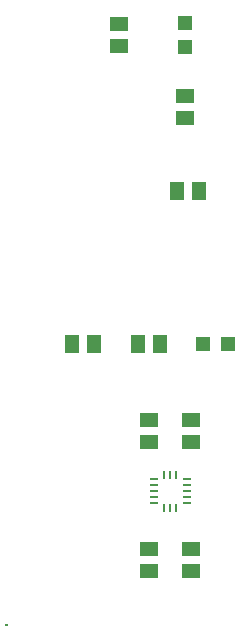
<source format=gbr>
G04 EAGLE Gerber RS-274X export*
G75*
%MOMM*%
%FSLAX34Y34*%
%LPD*%
%INSolderpaste Top*%
%IPPOS*%
%AMOC8*
5,1,8,0,0,1.08239X$1,22.5*%
G01*
%ADD10R,0.008928X0.000497*%
%ADD11R,0.000497X0.000497*%
%ADD12R,0.000994X0.000497*%
%ADD13R,0.001488X0.000497*%
%ADD14R,0.001981X0.000497*%
%ADD15R,0.002484X0.000497*%
%ADD16R,0.000494X0.000497*%
%ADD17R,0.001984X0.000497*%
%ADD18R,0.001491X0.000497*%
%ADD19R,0.000497X0.000494*%
%ADD20R,0.000500X0.000494*%
%ADD21R,0.000494X0.000494*%
%ADD22R,0.006947X0.000497*%
%ADD23R,0.006447X0.000497*%
%ADD24R,0.000500X0.000497*%
%ADD25R,0.015872X0.000494*%
%ADD26R,0.003472X0.000494*%
%ADD27R,0.000991X0.000497*%
%ADD28R,0.000991X0.000494*%
%ADD29R,0.000994X0.000494*%
%ADD30R,0.003972X0.000497*%
%ADD31R,0.004962X0.000497*%
%ADD32R,0.004959X0.000497*%
%ADD33R,0.003475X0.000497*%
%ADD34R,0.004463X0.000497*%
%ADD35R,0.004466X0.000497*%
%ADD36R,0.003969X0.000497*%
%ADD37R,0.014384X0.000497*%
%ADD38R,0.014881X0.000494*%
%ADD39R,0.003475X0.000494*%
%ADD40R,0.002481X0.000494*%
%ADD41R,0.001491X0.000494*%
%ADD42R,0.001988X0.000497*%
%ADD43R,0.001488X0.000494*%
%ADD44R,0.002975X0.000497*%
%ADD45R,0.001484X0.000497*%
%ADD46R,0.011906X0.000494*%
%ADD47R,0.007934X0.000494*%
%ADD48R,0.022322X0.000497*%
%ADD49R,1.500000X1.300000*%
%ADD50R,1.200000X1.200000*%
%ADD51R,1.300000X1.500000*%
%ADD52R,0.700000X0.280000*%
%ADD53R,0.280000X0.700000*%


D10*
X960Y263D03*
X1079Y263D03*
X1193Y263D03*
D11*
X1324Y263D03*
D12*
X1372Y263D03*
D13*
X1488Y263D03*
D14*
X1590Y263D03*
D15*
X1692Y263D03*
D12*
X1768Y263D03*
D16*
X1811Y263D03*
D14*
X1917Y263D03*
D17*
X2046Y263D03*
D18*
X2103Y263D03*
D11*
X2212Y263D03*
X2257Y263D03*
D17*
X2319Y263D03*
X2453Y263D03*
D19*
X1310Y268D03*
D20*
X1702Y268D03*
D19*
X1751Y268D03*
X1826Y268D03*
D21*
X2193Y268D03*
X2441Y268D03*
D16*
X1300Y273D03*
D11*
X1404Y273D03*
X1478Y273D03*
D16*
X1697Y273D03*
X1741Y273D03*
D11*
X1835Y273D03*
D16*
X2287Y273D03*
D11*
X2312Y273D03*
X1478Y278D03*
X2436Y278D03*
D22*
X970Y283D03*
D23*
X1091Y283D03*
X1205Y283D03*
D16*
X1334Y283D03*
D11*
X1364Y283D03*
D16*
X1776Y283D03*
D11*
X1801Y283D03*
D24*
X2019Y283D03*
D11*
X2217Y283D03*
X2247Y283D03*
D19*
X1171Y288D03*
X1320Y288D03*
X1761Y288D03*
D20*
X2267Y288D03*
D21*
X2341Y288D03*
D11*
X1171Y293D03*
X1310Y293D03*
D16*
X1394Y293D03*
D11*
X1751Y293D03*
X1826Y293D03*
X1171Y298D03*
X1404Y298D03*
D16*
X2158Y298D03*
D11*
X2188Y298D03*
D16*
X2287Y298D03*
D11*
X2451Y298D03*
X1171Y303D03*
D16*
X1300Y303D03*
D11*
X1652Y303D03*
D16*
X1865Y303D03*
D11*
X2034Y303D03*
X2183Y303D03*
D19*
X1171Y308D03*
X1295Y308D03*
D20*
X1736Y308D03*
D19*
X2446Y308D03*
D11*
X1171Y313D03*
X1672Y313D03*
D16*
X1706Y313D03*
X1845Y313D03*
D11*
X1870Y313D03*
X1171Y317D03*
X1265Y317D03*
X1290Y317D03*
D16*
X1989Y317D03*
X2173Y317D03*
D11*
X2331Y317D03*
D19*
X1171Y322D03*
D20*
X1984Y322D03*
D11*
X1171Y327D03*
X1875Y327D03*
X2009Y327D03*
X1285Y332D03*
D24*
X1622Y332D03*
D11*
X1726Y332D03*
D16*
X2004Y332D03*
D11*
X1285Y337D03*
D19*
X1652Y342D03*
X2431Y342D03*
D11*
X1285Y347D03*
X1285Y352D03*
X1726Y352D03*
D24*
X2346Y352D03*
D11*
X2426Y352D03*
X1171Y357D03*
X1875Y357D03*
X1954Y357D03*
X2371Y357D03*
D19*
X1171Y362D03*
D20*
X1850Y362D03*
D19*
X1950Y362D03*
D21*
X1979Y362D03*
D11*
X1171Y367D03*
X1974Y367D03*
X2148Y367D03*
D16*
X2173Y367D03*
D11*
X1171Y372D03*
D16*
X1706Y372D03*
D11*
X1969Y372D03*
X1171Y377D03*
X2178Y377D03*
X2356Y377D03*
X2391Y377D03*
D19*
X1171Y382D03*
D21*
X1270Y382D03*
D19*
X1478Y382D03*
D20*
X2381Y382D03*
D11*
X1171Y387D03*
X1835Y387D03*
D16*
X2361Y387D03*
X2386Y387D03*
D11*
X1171Y392D03*
D12*
X1401Y392D03*
D11*
X1647Y392D03*
D16*
X2193Y392D03*
D11*
X2282Y392D03*
X1171Y397D03*
X1389Y397D03*
X1478Y397D03*
D16*
X1756Y397D03*
X2272Y397D03*
D19*
X1171Y402D03*
X1285Y402D03*
D20*
X1374Y402D03*
X1637Y402D03*
D21*
X1766Y402D03*
X1811Y402D03*
X1945Y402D03*
D19*
X2212Y402D03*
X2257Y402D03*
D16*
X1731Y407D03*
D11*
X1940Y407D03*
X2401Y407D03*
X1404Y412D03*
X1840Y412D03*
X2371Y412D03*
D19*
X913Y422D03*
D21*
X1379Y422D03*
X1642Y422D03*
X1756Y422D03*
D19*
X1821Y422D03*
X2203Y422D03*
D21*
X2376Y422D03*
D18*
X1349Y427D03*
D17*
X1788Y427D03*
D12*
X2230Y427D03*
D25*
X593Y437D03*
D26*
X699Y437D03*
D21*
X724Y437D03*
D11*
X506Y446D03*
X734Y446D03*
D16*
X501Y451D03*
D27*
X727Y451D03*
D19*
X511Y456D03*
D28*
X737Y456D03*
D24*
X496Y461D03*
D11*
X506Y461D03*
X729Y461D03*
D12*
X742Y466D03*
D16*
X491Y471D03*
X501Y471D03*
D11*
X734Y471D03*
D16*
X749Y471D03*
D19*
X486Y476D03*
D29*
X742Y476D03*
D24*
X496Y481D03*
D11*
X754Y481D03*
X481Y486D03*
D12*
X747Y486D03*
D30*
X940Y486D03*
D31*
X1039Y486D03*
D27*
X1084Y486D03*
X1134Y486D03*
D12*
X1203Y486D03*
D11*
X1225Y486D03*
D12*
X1277Y486D03*
D27*
X1312Y486D03*
X1347Y486D03*
X1416Y486D03*
D12*
X1441Y486D03*
D16*
X1508Y486D03*
D32*
X1560Y486D03*
D16*
X1607Y486D03*
D11*
X1672Y486D03*
X1726Y486D03*
D33*
X1811Y486D03*
D34*
X1930Y486D03*
D35*
X2029Y486D03*
D27*
X489Y491D03*
D11*
X759Y491D03*
X1017Y491D03*
D24*
X1027Y491D03*
D16*
X1086Y491D03*
D11*
X1196Y491D03*
X1230Y491D03*
X1344Y491D03*
X1419Y491D03*
X1444Y491D03*
X1513Y491D03*
D16*
X1582Y491D03*
X1607Y491D03*
X1677Y491D03*
D11*
X1721Y491D03*
D16*
X1731Y491D03*
D11*
X1786Y491D03*
X1835Y491D03*
D16*
X1910Y491D03*
D11*
X1964Y491D03*
D16*
X2004Y491D03*
D28*
X752Y496D03*
X970Y496D03*
D19*
X1017Y496D03*
X1081Y496D03*
D21*
X1200Y496D03*
D19*
X1230Y496D03*
X1265Y496D03*
D20*
X1275Y496D03*
D19*
X1409Y496D03*
X1444Y496D03*
X1513Y496D03*
X1543Y496D03*
D21*
X1607Y496D03*
D28*
X1674Y496D03*
D19*
X1721Y496D03*
D21*
X1791Y496D03*
D28*
X1828Y496D03*
D19*
X1840Y496D03*
D28*
X1912Y496D03*
D21*
X1959Y496D03*
X2004Y496D03*
D11*
X486Y501D03*
D16*
X764Y501D03*
D11*
X977Y501D03*
D16*
X987Y501D03*
D11*
X1017Y501D03*
X1081Y501D03*
X1141Y501D03*
X1191Y501D03*
X1230Y501D03*
D16*
X1270Y501D03*
D11*
X1310Y501D03*
D16*
X1349Y501D03*
X1414Y501D03*
D11*
X1444Y501D03*
X1513Y501D03*
D16*
X1607Y501D03*
D13*
X1672Y501D03*
D11*
X1835Y501D03*
D16*
X1845Y501D03*
X1910Y501D03*
D11*
X1964Y501D03*
D16*
X2004Y501D03*
D12*
X494Y506D03*
D11*
X754Y506D03*
X769Y506D03*
X982Y506D03*
D24*
X992Y506D03*
D11*
X1017Y506D03*
X1081Y506D03*
X1136Y506D03*
D12*
X1193Y506D03*
D11*
X1230Y506D03*
D16*
X1260Y506D03*
D11*
X1310Y506D03*
D16*
X1359Y506D03*
D11*
X1404Y506D03*
X1444Y506D03*
X1513Y506D03*
X1538Y506D03*
D16*
X1607Y506D03*
D11*
X1652Y506D03*
D16*
X1662Y506D03*
D27*
X1674Y506D03*
D24*
X1771Y506D03*
D11*
X1781Y506D03*
D16*
X1910Y506D03*
D11*
X1969Y506D03*
D16*
X1979Y506D03*
X2004Y506D03*
X2014Y506D03*
D27*
X469Y511D03*
D12*
X499Y511D03*
D11*
X759Y511D03*
X1017Y511D03*
X1081Y511D03*
D34*
X1166Y511D03*
D11*
X1230Y511D03*
X1255Y511D03*
X1265Y511D03*
X1310Y511D03*
D24*
X1354Y511D03*
D36*
X1382Y511D03*
D11*
X1409Y511D03*
X1444Y511D03*
X1513Y511D03*
X1538Y511D03*
D16*
X1607Y511D03*
D11*
X1647Y511D03*
X1657Y511D03*
D16*
X1677Y511D03*
X1766Y511D03*
X1910Y511D03*
D21*
X476Y516D03*
D28*
X771Y516D03*
D21*
X987Y516D03*
D19*
X1017Y516D03*
D28*
X1084Y516D03*
D21*
X1166Y516D03*
D19*
X1230Y516D03*
X1250Y516D03*
D21*
X1260Y516D03*
D19*
X1444Y516D03*
X1513Y516D03*
X1538Y516D03*
D21*
X1607Y516D03*
X1642Y516D03*
X1677Y516D03*
D19*
X1721Y516D03*
D21*
X1910Y516D03*
D19*
X1974Y516D03*
D20*
X1984Y516D03*
D21*
X2004Y516D03*
D24*
X496Y521D03*
D11*
X506Y521D03*
D37*
X585Y521D03*
D11*
X665Y521D03*
D16*
X764Y521D03*
X987Y521D03*
X997Y521D03*
D11*
X1017Y521D03*
X1081Y521D03*
X1141Y521D03*
X1151Y521D03*
D16*
X1181Y521D03*
D11*
X1191Y521D03*
X1230Y521D03*
D16*
X1245Y521D03*
D11*
X1255Y521D03*
X1310Y521D03*
X1364Y521D03*
X1404Y521D03*
X1444Y521D03*
X1473Y521D03*
X1513Y521D03*
D16*
X1607Y521D03*
D24*
X1637Y521D03*
D11*
X1647Y521D03*
D16*
X1677Y521D03*
D11*
X1721Y521D03*
D16*
X1845Y521D03*
X1910Y521D03*
D24*
X1984Y521D03*
D16*
X2004Y521D03*
X2014Y521D03*
X501Y526D03*
D11*
X511Y526D03*
X640Y526D03*
X660Y526D03*
D16*
X670Y526D03*
D18*
X774Y526D03*
D16*
X997Y526D03*
D11*
X1017Y526D03*
D12*
X1029Y526D03*
D27*
X1084Y526D03*
D11*
X1116Y526D03*
D16*
X1181Y526D03*
D11*
X1255Y526D03*
X1310Y526D03*
D16*
X1359Y526D03*
D11*
X1404Y526D03*
X1444Y526D03*
D16*
X1468Y526D03*
D11*
X1513Y526D03*
X1538Y526D03*
D27*
X1550Y526D03*
D16*
X1607Y526D03*
X1677Y526D03*
X1845Y526D03*
X1910Y526D03*
X2004Y526D03*
D24*
X2019Y526D03*
D11*
X2049Y526D03*
D21*
X466Y531D03*
D38*
X583Y531D03*
D21*
X784Y531D03*
X997Y531D03*
D19*
X1017Y531D03*
D39*
X1042Y531D03*
D19*
X1081Y531D03*
D40*
X1101Y531D03*
D20*
X1126Y531D03*
D21*
X1146Y531D03*
D19*
X1156Y531D03*
X1186Y531D03*
D41*
X1245Y531D03*
D21*
X1260Y531D03*
D19*
X1310Y531D03*
D21*
X1369Y531D03*
X1394Y531D03*
D19*
X1444Y531D03*
D21*
X1468Y531D03*
X1483Y531D03*
D19*
X1513Y531D03*
X1538Y531D03*
D26*
X1563Y531D03*
D21*
X1607Y531D03*
X1677Y531D03*
X1845Y531D03*
X1910Y531D03*
D20*
X1984Y531D03*
D21*
X2004Y531D03*
D26*
X2029Y531D03*
D11*
X665Y536D03*
D16*
X774Y536D03*
X987Y536D03*
D11*
X1017Y536D03*
X1156Y536D03*
X1176Y536D03*
X1230Y536D03*
X1255Y536D03*
X1265Y536D03*
X1310Y536D03*
X1364Y536D03*
X1399Y536D03*
X1444Y536D03*
X1463Y536D03*
X1478Y536D03*
D24*
X1488Y536D03*
D11*
X1513Y536D03*
D16*
X1607Y536D03*
X1677Y536D03*
X1766Y536D03*
X1845Y536D03*
X1910Y536D03*
D24*
X1984Y536D03*
D16*
X2004Y536D03*
D11*
X451Y541D03*
D24*
X461Y541D03*
D16*
X670Y541D03*
D11*
X680Y541D03*
X789Y541D03*
D16*
X987Y541D03*
D11*
X1017Y541D03*
X1081Y541D03*
D16*
X1121Y541D03*
D11*
X1151Y541D03*
D16*
X1181Y541D03*
D11*
X1310Y541D03*
D24*
X1374Y541D03*
D11*
X1389Y541D03*
X1444Y541D03*
D16*
X1458Y541D03*
X1483Y541D03*
D11*
X1513Y541D03*
D16*
X1607Y541D03*
D24*
X1622Y541D03*
D16*
X1632Y541D03*
X1677Y541D03*
D11*
X1721Y541D03*
D16*
X1766Y541D03*
X1776Y541D03*
X1910Y541D03*
D11*
X1974Y541D03*
D16*
X2004Y541D03*
D11*
X446Y546D03*
X675Y546D03*
X694Y546D03*
D12*
X781Y546D03*
D18*
X987Y546D03*
D11*
X1017Y546D03*
X1081Y546D03*
D16*
X1121Y546D03*
X1131Y546D03*
D11*
X1161Y546D03*
X1171Y546D03*
X1230Y546D03*
D16*
X1260Y546D03*
D11*
X1310Y546D03*
D16*
X1369Y546D03*
D11*
X1444Y546D03*
D24*
X1453Y546D03*
D11*
X1463Y546D03*
X1513Y546D03*
D16*
X1607Y546D03*
X1617Y546D03*
X1627Y546D03*
X1677Y546D03*
D24*
X1850Y546D03*
D16*
X1910Y546D03*
X2004Y546D03*
D21*
X456Y551D03*
D19*
X699Y551D03*
X794Y551D03*
X977Y551D03*
X1017Y551D03*
X1081Y551D03*
D21*
X1121Y551D03*
X1131Y551D03*
D19*
X1156Y551D03*
D21*
X1166Y551D03*
D19*
X1176Y551D03*
X1230Y551D03*
X1310Y551D03*
D28*
X1382Y551D03*
X1446Y551D03*
D21*
X1458Y551D03*
D29*
X1501Y551D03*
D19*
X1513Y551D03*
D28*
X1610Y551D03*
D20*
X1622Y551D03*
D21*
X1677Y551D03*
D20*
X1771Y551D03*
D19*
X1835Y551D03*
D21*
X1845Y551D03*
X1910Y551D03*
D11*
X451Y556D03*
D12*
X692Y556D03*
D16*
X704Y556D03*
D11*
X789Y556D03*
X928Y556D03*
D16*
X972Y556D03*
D11*
X1017Y556D03*
D16*
X1086Y556D03*
D11*
X1176Y556D03*
X1230Y556D03*
X1255Y556D03*
X1444Y556D03*
D24*
X1453Y556D03*
D16*
X1493Y556D03*
D27*
X1511Y556D03*
D16*
X1607Y556D03*
X1677Y556D03*
X1776Y556D03*
D11*
X1786Y556D03*
D16*
X1830Y556D03*
X1910Y556D03*
D11*
X1974Y556D03*
D16*
X2004Y556D03*
D24*
X709Y561D03*
D11*
X789Y561D03*
X799Y561D03*
D27*
X930Y561D03*
D18*
X962Y561D03*
D11*
X1017Y561D03*
D24*
X1027Y561D03*
D27*
X1089Y561D03*
X1114Y561D03*
D24*
X1126Y561D03*
D11*
X1230Y561D03*
D27*
X1248Y561D03*
D11*
X1310Y561D03*
X1320Y561D03*
D12*
X1377Y561D03*
D11*
X1498Y561D03*
D27*
X1511Y561D03*
X1545Y561D03*
D16*
X1677Y561D03*
D13*
X1726Y561D03*
D11*
X1781Y561D03*
D12*
X1798Y561D03*
X1823Y561D03*
D16*
X1910Y561D03*
D11*
X1920Y561D03*
D12*
X1952Y561D03*
D16*
X2004Y561D03*
X2014Y561D03*
D11*
X446Y566D03*
X699Y566D03*
D16*
X804Y566D03*
X972Y566D03*
D11*
X1017Y566D03*
D16*
X1121Y566D03*
D11*
X1161Y566D03*
X1171Y566D03*
X1255Y566D03*
D16*
X1280Y566D03*
D11*
X1503Y566D03*
X1513Y566D03*
D16*
X1677Y566D03*
D11*
X1692Y566D03*
X1761Y566D03*
D16*
X1791Y566D03*
X1830Y566D03*
X1910Y566D03*
X1959Y566D03*
D21*
X437Y570D03*
X704Y570D03*
D19*
X794Y570D03*
D21*
X1811Y570D03*
D11*
X441Y575D03*
D16*
X704Y575D03*
D27*
X806Y575D03*
D11*
X427Y580D03*
D16*
X704Y580D03*
D27*
X806Y585D03*
D19*
X432Y590D03*
D21*
X704Y590D03*
X819Y590D03*
D13*
X422Y595D03*
D27*
X523Y595D03*
D11*
X546Y595D03*
D16*
X625Y595D03*
X650Y595D03*
X704Y595D03*
D11*
X809Y595D03*
D16*
X819Y595D03*
D27*
X424Y600D03*
D11*
X511Y600D03*
X541Y600D03*
X640Y600D03*
X660Y600D03*
D16*
X704Y600D03*
D12*
X414Y605D03*
D11*
X506Y605D03*
D27*
X518Y605D03*
D42*
X538Y605D03*
D17*
X628Y605D03*
D27*
X652Y605D03*
D11*
X665Y605D03*
D16*
X704Y605D03*
D11*
X814Y605D03*
D21*
X516Y610D03*
X526Y610D03*
D43*
X556Y610D03*
D20*
X610Y610D03*
D43*
X630Y610D03*
D21*
X650Y610D03*
D19*
X660Y610D03*
D21*
X704Y610D03*
X819Y610D03*
D19*
X828Y610D03*
D11*
X417Y615D03*
D16*
X501Y615D03*
D32*
X533Y615D03*
D44*
X628Y615D03*
D11*
X660Y615D03*
D16*
X704Y615D03*
X402Y620D03*
X501Y620D03*
D27*
X513Y620D03*
D24*
X531Y620D03*
D11*
X541Y620D03*
D16*
X615Y620D03*
D17*
X632Y620D03*
D16*
X650Y620D03*
X670Y620D03*
X704Y620D03*
D18*
X828Y620D03*
D27*
X404Y625D03*
D16*
X501Y625D03*
D11*
X511Y625D03*
X521Y625D03*
D16*
X536Y625D03*
D11*
X546Y625D03*
D27*
X623Y625D03*
D11*
X640Y625D03*
X655Y625D03*
D16*
X670Y625D03*
X704Y625D03*
D11*
X823Y625D03*
D29*
X414Y630D03*
D21*
X501Y630D03*
D28*
X513Y630D03*
D21*
X526Y630D03*
D28*
X538Y630D03*
X553Y630D03*
X618Y630D03*
D29*
X632Y630D03*
D28*
X647Y630D03*
D19*
X660Y630D03*
D21*
X670Y630D03*
X704Y630D03*
D19*
X833Y630D03*
D11*
X407Y635D03*
X511Y635D03*
X521Y635D03*
D24*
X531Y635D03*
D11*
X541Y635D03*
D13*
X556Y635D03*
D18*
X635Y635D03*
D16*
X650Y635D03*
D11*
X660Y635D03*
D16*
X704Y635D03*
X819Y635D03*
D11*
X412Y640D03*
D16*
X422Y640D03*
D11*
X506Y640D03*
D27*
X518Y640D03*
D17*
X543Y640D03*
D11*
X620Y640D03*
D12*
X632Y640D03*
D11*
X655Y640D03*
X665Y640D03*
D16*
X704Y640D03*
D11*
X828Y640D03*
D12*
X543Y645D03*
D16*
X615Y645D03*
X625Y645D03*
D12*
X642Y645D03*
D11*
X660Y645D03*
D16*
X704Y645D03*
D19*
X417Y650D03*
X427Y650D03*
D21*
X516Y650D03*
D20*
X531Y650D03*
D28*
X637Y650D03*
D19*
X655Y650D03*
D21*
X704Y650D03*
D19*
X809Y650D03*
D11*
X432Y655D03*
D16*
X526Y655D03*
D24*
X630Y655D03*
D11*
X645Y655D03*
D16*
X704Y655D03*
X819Y655D03*
X422Y660D03*
D11*
X432Y660D03*
D16*
X536Y660D03*
D27*
X637Y660D03*
D16*
X704Y660D03*
X804Y660D03*
D19*
X432Y665D03*
D21*
X526Y665D03*
X536Y665D03*
X704Y665D03*
D19*
X814Y665D03*
D13*
X531Y670D03*
D11*
X799Y670D03*
X432Y675D03*
D24*
X531Y675D03*
D11*
X645Y675D03*
D16*
X714Y675D03*
D11*
X794Y675D03*
X446Y680D03*
D16*
X526Y680D03*
D27*
X637Y680D03*
D11*
X719Y680D03*
D27*
X801Y680D03*
D28*
X439Y685D03*
D19*
X645Y685D03*
D29*
X707Y685D03*
D19*
X729Y685D03*
X789Y685D03*
D11*
X451Y690D03*
D16*
X526Y690D03*
X536Y690D03*
D11*
X645Y690D03*
X690Y690D03*
D16*
X704Y690D03*
D45*
X719Y690D03*
D11*
X734Y690D03*
X799Y690D03*
X441Y694D03*
D16*
X526Y694D03*
D11*
X645Y694D03*
D27*
X702Y694D03*
D11*
X729Y694D03*
D16*
X739Y694D03*
X784Y694D03*
D11*
X794Y694D03*
X446Y699D03*
D16*
X456Y699D03*
X526Y699D03*
X536Y699D03*
D11*
X645Y699D03*
D12*
X692Y699D03*
D24*
X709Y699D03*
D27*
X737Y699D03*
D16*
X784Y699D03*
D21*
X536Y704D03*
D19*
X645Y704D03*
D43*
X685Y704D03*
D29*
X707Y704D03*
D19*
X719Y704D03*
X734Y704D03*
D20*
X779Y704D03*
D19*
X789Y704D03*
D11*
X451Y709D03*
D24*
X461Y709D03*
D16*
X526Y709D03*
D11*
X645Y709D03*
D27*
X687Y709D03*
D18*
X704Y709D03*
D11*
X719Y709D03*
X729Y709D03*
D16*
X774Y709D03*
X456Y714D03*
X466Y714D03*
X526Y714D03*
X536Y714D03*
D11*
X645Y714D03*
X680Y714D03*
D12*
X692Y714D03*
X712Y714D03*
D16*
X724Y714D03*
D27*
X737Y714D03*
D16*
X784Y714D03*
X456Y719D03*
X516Y719D03*
X536Y719D03*
D11*
X645Y719D03*
X680Y719D03*
X699Y719D03*
D27*
X717Y719D03*
D11*
X729Y719D03*
D16*
X739Y719D03*
D11*
X769Y719D03*
D19*
X471Y724D03*
X511Y724D03*
X521Y724D03*
D20*
X531Y724D03*
D19*
X645Y724D03*
X690Y724D03*
D41*
X704Y724D03*
D19*
X729Y724D03*
D21*
X739Y724D03*
D11*
X511Y729D03*
X645Y729D03*
D16*
X685Y729D03*
D24*
X709Y729D03*
D27*
X722Y729D03*
D16*
X764Y729D03*
X466Y734D03*
X476Y734D03*
D24*
X496Y734D03*
D11*
X506Y734D03*
D16*
X516Y734D03*
D11*
X645Y734D03*
D16*
X704Y734D03*
X714Y734D03*
D11*
X729Y734D03*
X471Y739D03*
X481Y739D03*
D16*
X491Y739D03*
D11*
X645Y739D03*
D27*
X702Y739D03*
D11*
X719Y739D03*
X769Y739D03*
D19*
X471Y744D03*
X481Y744D03*
D21*
X491Y744D03*
X501Y744D03*
D19*
X645Y744D03*
X754Y744D03*
D11*
X481Y749D03*
D24*
X496Y749D03*
D11*
X645Y749D03*
D16*
X764Y749D03*
X491Y754D03*
D11*
X645Y754D03*
D13*
X754Y754D03*
D11*
X481Y759D03*
D16*
X491Y759D03*
D11*
X645Y759D03*
D21*
X635Y764D03*
D41*
X749Y764D03*
D11*
X486Y769D03*
D24*
X496Y769D03*
D16*
X739Y769D03*
X501Y774D03*
D11*
X645Y774D03*
D16*
X749Y774D03*
D21*
X501Y779D03*
D19*
X645Y779D03*
X734Y779D03*
D11*
X506Y784D03*
X645Y784D03*
X729Y789D03*
D16*
X739Y789D03*
X501Y794D03*
D11*
X511Y794D03*
X645Y794D03*
D46*
X573Y799D03*
D47*
X687Y799D03*
D19*
X734Y799D03*
D11*
X506Y804D03*
D48*
X620Y809D03*
D49*
X121920Y155600D03*
X121920Y174600D03*
X157480Y155600D03*
X157480Y174600D03*
D50*
X152400Y489880D03*
X152400Y510880D03*
X167300Y238760D03*
X188300Y238760D03*
D49*
X157480Y65380D03*
X157480Y46380D03*
X121920Y65380D03*
X121920Y46380D03*
D51*
X56540Y238760D03*
X75540Y238760D03*
X112420Y238760D03*
X131420Y238760D03*
X164440Y368300D03*
X145440Y368300D03*
D49*
X96520Y509880D03*
X96520Y490880D03*
X152400Y448920D03*
X152400Y429920D03*
D52*
X153700Y109300D03*
X153700Y104300D03*
X153700Y114300D03*
X153700Y119300D03*
X153700Y124300D03*
X125700Y119300D03*
X125700Y124300D03*
X125700Y114300D03*
X125700Y109300D03*
X125700Y104300D03*
D53*
X144700Y128300D03*
X139700Y128300D03*
X134700Y128300D03*
X134700Y100300D03*
X139700Y100300D03*
X144700Y100300D03*
M02*

</source>
